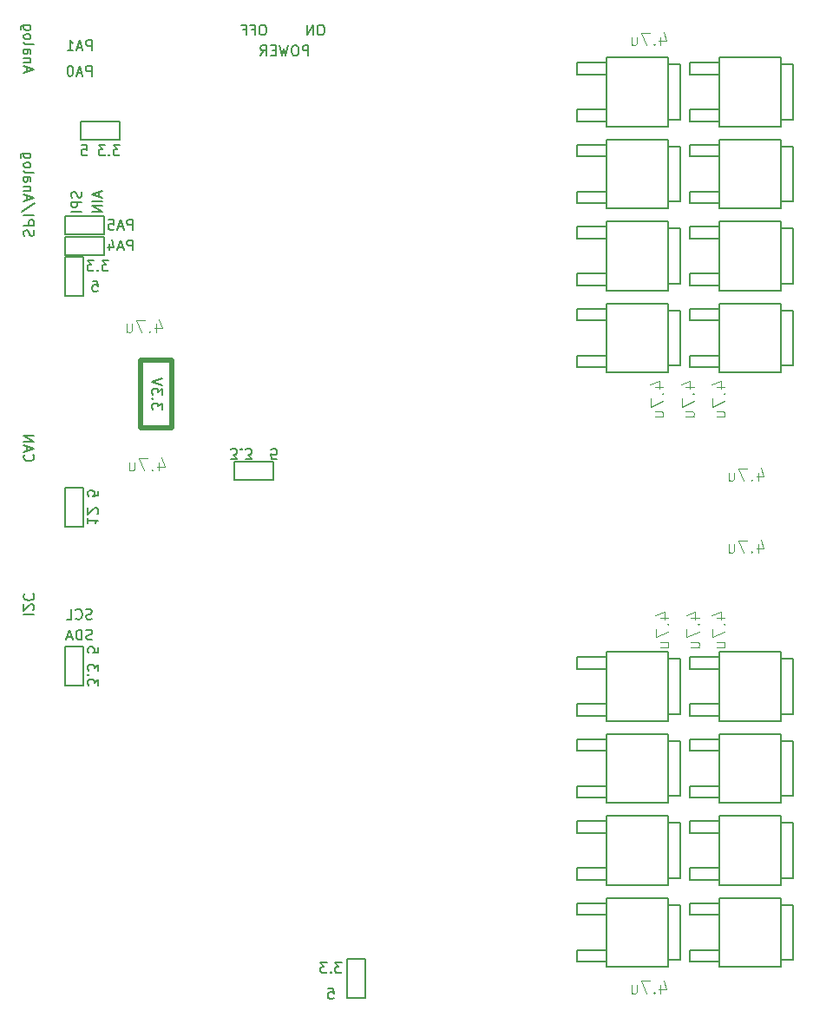
<source format=gbr>
G04 #@! TF.FileFunction,Legend,Bot*
%FSLAX46Y46*%
G04 Gerber Fmt 4.6, Leading zero omitted, Abs format (unit mm)*
G04 Created by KiCad (PCBNEW 4.0.7) date 01/01/18 23:45:37*
%MOMM*%
%LPD*%
G01*
G04 APERTURE LIST*
%ADD10C,0.100000*%
%ADD11C,0.200000*%
%ADD12C,0.500000*%
%ADD13C,0.150000*%
%ADD14C,0.101600*%
G04 APERTURE END LIST*
D10*
D11*
X30261904Y-94452381D02*
X30738095Y-94452381D01*
X30785714Y-94928571D01*
X30738095Y-94880952D01*
X30642857Y-94833333D01*
X30404761Y-94833333D01*
X30309523Y-94880952D01*
X30261904Y-94928571D01*
X30214285Y-95023810D01*
X30214285Y-95261905D01*
X30261904Y-95357143D01*
X30309523Y-95404762D01*
X30404761Y-95452381D01*
X30642857Y-95452381D01*
X30738095Y-95404762D01*
X30785714Y-95357143D01*
X31547619Y-91952381D02*
X30928571Y-91952381D01*
X31261905Y-92333333D01*
X31119047Y-92333333D01*
X31023809Y-92380952D01*
X30976190Y-92428571D01*
X30928571Y-92523810D01*
X30928571Y-92761905D01*
X30976190Y-92857143D01*
X31023809Y-92904762D01*
X31119047Y-92952381D01*
X31404762Y-92952381D01*
X31500000Y-92904762D01*
X31547619Y-92857143D01*
X30500000Y-92857143D02*
X30452381Y-92904762D01*
X30500000Y-92952381D01*
X30547619Y-92904762D01*
X30500000Y-92857143D01*
X30500000Y-92952381D01*
X30119048Y-91952381D02*
X29500000Y-91952381D01*
X29833334Y-92333333D01*
X29690476Y-92333333D01*
X29595238Y-92380952D01*
X29547619Y-92428571D01*
X29500000Y-92523810D01*
X29500000Y-92761905D01*
X29547619Y-92857143D01*
X29595238Y-92904762D01*
X29690476Y-92952381D01*
X29976191Y-92952381D01*
X30071429Y-92904762D01*
X30119048Y-92857143D01*
X7166667Y-2952381D02*
X7166667Y-1952381D01*
X6785714Y-1952381D01*
X6690476Y-2000000D01*
X6642857Y-2047619D01*
X6595238Y-2142857D01*
X6595238Y-2285714D01*
X6642857Y-2380952D01*
X6690476Y-2428571D01*
X6785714Y-2476190D01*
X7166667Y-2476190D01*
X6214286Y-2666667D02*
X5738095Y-2666667D01*
X6309524Y-2952381D02*
X5976191Y-1952381D01*
X5642857Y-2952381D01*
X4785714Y-2952381D02*
X5357143Y-2952381D01*
X5071429Y-2952381D02*
X5071429Y-1952381D01*
X5166667Y-2095238D01*
X5261905Y-2190476D01*
X5357143Y-2238095D01*
X7166667Y-5452381D02*
X7166667Y-4452381D01*
X6785714Y-4452381D01*
X6690476Y-4500000D01*
X6642857Y-4547619D01*
X6595238Y-4642857D01*
X6595238Y-4785714D01*
X6642857Y-4880952D01*
X6690476Y-4928571D01*
X6785714Y-4976190D01*
X7166667Y-4976190D01*
X6214286Y-5166667D02*
X5738095Y-5166667D01*
X6309524Y-5452381D02*
X5976191Y-4452381D01*
X5642857Y-5452381D01*
X5119048Y-4452381D02*
X5023809Y-4452381D01*
X4928571Y-4500000D01*
X4880952Y-4547619D01*
X4833333Y-4642857D01*
X4785714Y-4833333D01*
X4785714Y-5071429D01*
X4833333Y-5261905D01*
X4880952Y-5357143D01*
X4928571Y-5404762D01*
X5023809Y-5452381D01*
X5119048Y-5452381D01*
X5214286Y-5404762D01*
X5261905Y-5357143D01*
X5309524Y-5261905D01*
X5357143Y-5071429D01*
X5357143Y-4833333D01*
X5309524Y-4642857D01*
X5261905Y-4547619D01*
X5214286Y-4500000D01*
X5119048Y-4452381D01*
X11166667Y-20452381D02*
X11166667Y-19452381D01*
X10785714Y-19452381D01*
X10690476Y-19500000D01*
X10642857Y-19547619D01*
X10595238Y-19642857D01*
X10595238Y-19785714D01*
X10642857Y-19880952D01*
X10690476Y-19928571D01*
X10785714Y-19976190D01*
X11166667Y-19976190D01*
X10214286Y-20166667D02*
X9738095Y-20166667D01*
X10309524Y-20452381D02*
X9976191Y-19452381D01*
X9642857Y-20452381D01*
X8833333Y-19452381D02*
X9309524Y-19452381D01*
X9357143Y-19928571D01*
X9309524Y-19880952D01*
X9214286Y-19833333D01*
X8976190Y-19833333D01*
X8880952Y-19880952D01*
X8833333Y-19928571D01*
X8785714Y-20023810D01*
X8785714Y-20261905D01*
X8833333Y-20357143D01*
X8880952Y-20404762D01*
X8976190Y-20452381D01*
X9214286Y-20452381D01*
X9309524Y-20404762D01*
X9357143Y-20357143D01*
X11166667Y-22452381D02*
X11166667Y-21452381D01*
X10785714Y-21452381D01*
X10690476Y-21500000D01*
X10642857Y-21547619D01*
X10595238Y-21642857D01*
X10595238Y-21785714D01*
X10642857Y-21880952D01*
X10690476Y-21928571D01*
X10785714Y-21976190D01*
X11166667Y-21976190D01*
X10214286Y-22166667D02*
X9738095Y-22166667D01*
X10309524Y-22452381D02*
X9976191Y-21452381D01*
X9642857Y-22452381D01*
X8880952Y-21785714D02*
X8880952Y-22452381D01*
X9119048Y-21404762D02*
X9357143Y-22119048D01*
X8738095Y-22119048D01*
X7190476Y-58404762D02*
X7047619Y-58452381D01*
X6809523Y-58452381D01*
X6714285Y-58404762D01*
X6666666Y-58357143D01*
X6619047Y-58261905D01*
X6619047Y-58166667D01*
X6666666Y-58071429D01*
X6714285Y-58023810D01*
X6809523Y-57976190D01*
X7000000Y-57928571D01*
X7095238Y-57880952D01*
X7142857Y-57833333D01*
X7190476Y-57738095D01*
X7190476Y-57642857D01*
X7142857Y-57547619D01*
X7095238Y-57500000D01*
X7000000Y-57452381D01*
X6761904Y-57452381D01*
X6619047Y-57500000D01*
X5619047Y-58357143D02*
X5666666Y-58404762D01*
X5809523Y-58452381D01*
X5904761Y-58452381D01*
X6047619Y-58404762D01*
X6142857Y-58309524D01*
X6190476Y-58214286D01*
X6238095Y-58023810D01*
X6238095Y-57880952D01*
X6190476Y-57690476D01*
X6142857Y-57595238D01*
X6047619Y-57500000D01*
X5904761Y-57452381D01*
X5809523Y-57452381D01*
X5666666Y-57500000D01*
X5619047Y-57547619D01*
X4714285Y-58452381D02*
X5190476Y-58452381D01*
X5190476Y-57452381D01*
X7214286Y-60404762D02*
X7071429Y-60452381D01*
X6833333Y-60452381D01*
X6738095Y-60404762D01*
X6690476Y-60357143D01*
X6642857Y-60261905D01*
X6642857Y-60166667D01*
X6690476Y-60071429D01*
X6738095Y-60023810D01*
X6833333Y-59976190D01*
X7023810Y-59928571D01*
X7119048Y-59880952D01*
X7166667Y-59833333D01*
X7214286Y-59738095D01*
X7214286Y-59642857D01*
X7166667Y-59547619D01*
X7119048Y-59500000D01*
X7023810Y-59452381D01*
X6785714Y-59452381D01*
X6642857Y-59500000D01*
X6214286Y-60452381D02*
X6214286Y-59452381D01*
X5976191Y-59452381D01*
X5833333Y-59500000D01*
X5738095Y-59595238D01*
X5690476Y-59690476D01*
X5642857Y-59880952D01*
X5642857Y-60023810D01*
X5690476Y-60214286D01*
X5738095Y-60309524D01*
X5833333Y-60404762D01*
X5976191Y-60452381D01*
X6214286Y-60452381D01*
X5261905Y-60166667D02*
X4785714Y-60166667D01*
X5357143Y-60452381D02*
X5023810Y-59452381D01*
X4690476Y-60452381D01*
X23952381Y-452381D02*
X23761904Y-452381D01*
X23666666Y-500000D01*
X23571428Y-595238D01*
X23523809Y-785714D01*
X23523809Y-1119048D01*
X23571428Y-1309524D01*
X23666666Y-1404762D01*
X23761904Y-1452381D01*
X23952381Y-1452381D01*
X24047619Y-1404762D01*
X24142857Y-1309524D01*
X24190476Y-1119048D01*
X24190476Y-785714D01*
X24142857Y-595238D01*
X24047619Y-500000D01*
X23952381Y-452381D01*
X22761904Y-928571D02*
X23095238Y-928571D01*
X23095238Y-1452381D02*
X23095238Y-452381D01*
X22619047Y-452381D01*
X21904761Y-928571D02*
X22238095Y-928571D01*
X22238095Y-1452381D02*
X22238095Y-452381D01*
X21761904Y-452381D01*
X29619048Y-452381D02*
X29428571Y-452381D01*
X29333333Y-500000D01*
X29238095Y-595238D01*
X29190476Y-785714D01*
X29190476Y-1119048D01*
X29238095Y-1309524D01*
X29333333Y-1404762D01*
X29428571Y-1452381D01*
X29619048Y-1452381D01*
X29714286Y-1404762D01*
X29809524Y-1309524D01*
X29857143Y-1119048D01*
X29857143Y-785714D01*
X29809524Y-595238D01*
X29714286Y-500000D01*
X29619048Y-452381D01*
X28761905Y-1452381D02*
X28761905Y-452381D01*
X28190476Y-1452381D01*
X28190476Y-452381D01*
X28309524Y-3452381D02*
X28309524Y-2452381D01*
X27928571Y-2452381D01*
X27833333Y-2500000D01*
X27785714Y-2547619D01*
X27738095Y-2642857D01*
X27738095Y-2785714D01*
X27785714Y-2880952D01*
X27833333Y-2928571D01*
X27928571Y-2976190D01*
X28309524Y-2976190D01*
X27119048Y-2452381D02*
X26928571Y-2452381D01*
X26833333Y-2500000D01*
X26738095Y-2595238D01*
X26690476Y-2785714D01*
X26690476Y-3119048D01*
X26738095Y-3309524D01*
X26833333Y-3404762D01*
X26928571Y-3452381D01*
X27119048Y-3452381D01*
X27214286Y-3404762D01*
X27309524Y-3309524D01*
X27357143Y-3119048D01*
X27357143Y-2785714D01*
X27309524Y-2595238D01*
X27214286Y-2500000D01*
X27119048Y-2452381D01*
X26357143Y-2452381D02*
X26119048Y-3452381D01*
X25928571Y-2738095D01*
X25738095Y-3452381D01*
X25500000Y-2452381D01*
X25119048Y-2928571D02*
X24785714Y-2928571D01*
X24642857Y-3452381D02*
X25119048Y-3452381D01*
X25119048Y-2452381D01*
X24642857Y-2452381D01*
X23642857Y-3452381D02*
X23976191Y-2976190D01*
X24214286Y-3452381D02*
X24214286Y-2452381D01*
X23833333Y-2452381D01*
X23738095Y-2500000D01*
X23690476Y-2547619D01*
X23642857Y-2642857D01*
X23642857Y-2785714D01*
X23690476Y-2880952D01*
X23738095Y-2928571D01*
X23833333Y-2976190D01*
X24214286Y-2976190D01*
X547619Y-57976190D02*
X1547619Y-57976190D01*
X1452381Y-57547619D02*
X1500000Y-57500000D01*
X1547619Y-57404762D01*
X1547619Y-57166666D01*
X1500000Y-57071428D01*
X1452381Y-57023809D01*
X1357143Y-56976190D01*
X1261905Y-56976190D01*
X1119048Y-57023809D01*
X547619Y-57595238D01*
X547619Y-56976190D01*
X642857Y-55976190D02*
X595238Y-56023809D01*
X547619Y-56166666D01*
X547619Y-56261904D01*
X595238Y-56404762D01*
X690476Y-56500000D01*
X785714Y-56547619D01*
X976190Y-56595238D01*
X1119048Y-56595238D01*
X1309524Y-56547619D01*
X1404762Y-56500000D01*
X1500000Y-56404762D01*
X1547619Y-56261904D01*
X1547619Y-56166666D01*
X1500000Y-56023809D01*
X1452381Y-55976190D01*
X642857Y-42392857D02*
X595238Y-42440476D01*
X547619Y-42583333D01*
X547619Y-42678571D01*
X595238Y-42821429D01*
X690476Y-42916667D01*
X785714Y-42964286D01*
X976190Y-43011905D01*
X1119048Y-43011905D01*
X1309524Y-42964286D01*
X1404762Y-42916667D01*
X1500000Y-42821429D01*
X1547619Y-42678571D01*
X1547619Y-42583333D01*
X1500000Y-42440476D01*
X1452381Y-42392857D01*
X833333Y-42011905D02*
X833333Y-41535714D01*
X547619Y-42107143D02*
X1547619Y-41773810D01*
X547619Y-41440476D01*
X547619Y-41107143D02*
X1547619Y-41107143D01*
X547619Y-40535714D01*
X1547619Y-40535714D01*
X595238Y-21047619D02*
X547619Y-20904762D01*
X547619Y-20666666D01*
X595238Y-20571428D01*
X642857Y-20523809D01*
X738095Y-20476190D01*
X833333Y-20476190D01*
X928571Y-20523809D01*
X976190Y-20571428D01*
X1023810Y-20666666D01*
X1071429Y-20857143D01*
X1119048Y-20952381D01*
X1166667Y-21000000D01*
X1261905Y-21047619D01*
X1357143Y-21047619D01*
X1452381Y-21000000D01*
X1500000Y-20952381D01*
X1547619Y-20857143D01*
X1547619Y-20619047D01*
X1500000Y-20476190D01*
X547619Y-20047619D02*
X1547619Y-20047619D01*
X1547619Y-19666666D01*
X1500000Y-19571428D01*
X1452381Y-19523809D01*
X1357143Y-19476190D01*
X1214286Y-19476190D01*
X1119048Y-19523809D01*
X1071429Y-19571428D01*
X1023810Y-19666666D01*
X1023810Y-20047619D01*
X547619Y-19047619D02*
X1547619Y-19047619D01*
X1595238Y-17857143D02*
X309524Y-18714286D01*
X833333Y-17571429D02*
X833333Y-17095238D01*
X547619Y-17666667D02*
X1547619Y-17333334D01*
X547619Y-17000000D01*
X1214286Y-16666667D02*
X547619Y-16666667D01*
X1119048Y-16666667D02*
X1166667Y-16619048D01*
X1214286Y-16523810D01*
X1214286Y-16380952D01*
X1166667Y-16285714D01*
X1071429Y-16238095D01*
X547619Y-16238095D01*
X547619Y-15333333D02*
X1071429Y-15333333D01*
X1166667Y-15380952D01*
X1214286Y-15476190D01*
X1214286Y-15666667D01*
X1166667Y-15761905D01*
X595238Y-15333333D02*
X547619Y-15428571D01*
X547619Y-15666667D01*
X595238Y-15761905D01*
X690476Y-15809524D01*
X785714Y-15809524D01*
X880952Y-15761905D01*
X928571Y-15666667D01*
X928571Y-15428571D01*
X976190Y-15333333D01*
X547619Y-14714286D02*
X595238Y-14809524D01*
X690476Y-14857143D01*
X1547619Y-14857143D01*
X547619Y-14190476D02*
X595238Y-14285714D01*
X642857Y-14333333D01*
X738095Y-14380952D01*
X1023810Y-14380952D01*
X1119048Y-14333333D01*
X1166667Y-14285714D01*
X1214286Y-14190476D01*
X1214286Y-14047618D01*
X1166667Y-13952380D01*
X1119048Y-13904761D01*
X1023810Y-13857142D01*
X738095Y-13857142D01*
X642857Y-13904761D01*
X595238Y-13952380D01*
X547619Y-14047618D01*
X547619Y-14190476D01*
X1214286Y-12999999D02*
X404762Y-12999999D01*
X309524Y-13047618D01*
X261905Y-13095237D01*
X214286Y-13190476D01*
X214286Y-13333333D01*
X261905Y-13428571D01*
X595238Y-12999999D02*
X547619Y-13095237D01*
X547619Y-13285714D01*
X595238Y-13380952D01*
X642857Y-13428571D01*
X738095Y-13476190D01*
X1023810Y-13476190D01*
X1119048Y-13428571D01*
X1166667Y-13380952D01*
X1214286Y-13285714D01*
X1214286Y-13095237D01*
X1166667Y-12999999D01*
X833333Y-5059524D02*
X833333Y-4583333D01*
X547619Y-5154762D02*
X1547619Y-4821429D01*
X547619Y-4488095D01*
X1214286Y-4154762D02*
X547619Y-4154762D01*
X1119048Y-4154762D02*
X1166667Y-4107143D01*
X1214286Y-4011905D01*
X1214286Y-3869047D01*
X1166667Y-3773809D01*
X1071429Y-3726190D01*
X547619Y-3726190D01*
X547619Y-2821428D02*
X1071429Y-2821428D01*
X1166667Y-2869047D01*
X1214286Y-2964285D01*
X1214286Y-3154762D01*
X1166667Y-3250000D01*
X595238Y-2821428D02*
X547619Y-2916666D01*
X547619Y-3154762D01*
X595238Y-3250000D01*
X690476Y-3297619D01*
X785714Y-3297619D01*
X880952Y-3250000D01*
X928571Y-3154762D01*
X928571Y-2916666D01*
X976190Y-2821428D01*
X547619Y-2202381D02*
X595238Y-2297619D01*
X690476Y-2345238D01*
X1547619Y-2345238D01*
X547619Y-1678571D02*
X595238Y-1773809D01*
X642857Y-1821428D01*
X738095Y-1869047D01*
X1023810Y-1869047D01*
X1119048Y-1821428D01*
X1166667Y-1773809D01*
X1214286Y-1678571D01*
X1214286Y-1535713D01*
X1166667Y-1440475D01*
X1119048Y-1392856D01*
X1023810Y-1345237D01*
X738095Y-1345237D01*
X642857Y-1392856D01*
X595238Y-1440475D01*
X547619Y-1535713D01*
X547619Y-1678571D01*
X1214286Y-488094D02*
X404762Y-488094D01*
X309524Y-535713D01*
X261905Y-583332D01*
X214286Y-678571D01*
X214286Y-821428D01*
X261905Y-916666D01*
X595238Y-488094D02*
X547619Y-583332D01*
X547619Y-773809D01*
X595238Y-869047D01*
X642857Y-916666D01*
X738095Y-964285D01*
X1023810Y-964285D01*
X1119048Y-916666D01*
X1166667Y-869047D01*
X1214286Y-773809D01*
X1214286Y-583332D01*
X1166667Y-488094D01*
X14047619Y-37976190D02*
X14047619Y-37357142D01*
X13666667Y-37690476D01*
X13666667Y-37547618D01*
X13619048Y-37452380D01*
X13571429Y-37404761D01*
X13476190Y-37357142D01*
X13238095Y-37357142D01*
X13142857Y-37404761D01*
X13095238Y-37452380D01*
X13047619Y-37547618D01*
X13047619Y-37833333D01*
X13095238Y-37928571D01*
X13142857Y-37976190D01*
X13142857Y-36928571D02*
X13095238Y-36880952D01*
X13047619Y-36928571D01*
X13095238Y-36976190D01*
X13142857Y-36928571D01*
X13047619Y-36928571D01*
X14047619Y-36547619D02*
X14047619Y-35928571D01*
X13666667Y-36261905D01*
X13666667Y-36119047D01*
X13619048Y-36023809D01*
X13571429Y-35976190D01*
X13476190Y-35928571D01*
X13238095Y-35928571D01*
X13142857Y-35976190D01*
X13095238Y-36023809D01*
X13047619Y-36119047D01*
X13047619Y-36404762D01*
X13095238Y-36500000D01*
X13142857Y-36547619D01*
X14047619Y-35642857D02*
X13047619Y-35309524D01*
X14047619Y-34976190D01*
X6797619Y-48547619D02*
X6797619Y-49119048D01*
X6797619Y-48833334D02*
X7797619Y-48833334D01*
X7654762Y-48928572D01*
X7559524Y-49023810D01*
X7511905Y-49119048D01*
X7702381Y-48166667D02*
X7750000Y-48119048D01*
X7797619Y-48023810D01*
X7797619Y-47785714D01*
X7750000Y-47690476D01*
X7702381Y-47642857D01*
X7607143Y-47595238D01*
X7511905Y-47595238D01*
X7369048Y-47642857D01*
X6797619Y-48214286D01*
X6797619Y-47595238D01*
X7797619Y-45928571D02*
X7797619Y-46404762D01*
X7321429Y-46452381D01*
X7369048Y-46404762D01*
X7416667Y-46309524D01*
X7416667Y-46071428D01*
X7369048Y-45976190D01*
X7321429Y-45928571D01*
X7226190Y-45880952D01*
X6988095Y-45880952D01*
X6892857Y-45928571D01*
X6845238Y-45976190D01*
X6797619Y-46071428D01*
X6797619Y-46309524D01*
X6845238Y-46404762D01*
X6892857Y-46452381D01*
X9904762Y-12202381D02*
X9285714Y-12202381D01*
X9619048Y-12583333D01*
X9476190Y-12583333D01*
X9380952Y-12630952D01*
X9333333Y-12678571D01*
X9285714Y-12773810D01*
X9285714Y-13011905D01*
X9333333Y-13107143D01*
X9380952Y-13154762D01*
X9476190Y-13202381D01*
X9761905Y-13202381D01*
X9857143Y-13154762D01*
X9904762Y-13107143D01*
X8857143Y-13107143D02*
X8809524Y-13154762D01*
X8857143Y-13202381D01*
X8904762Y-13154762D01*
X8857143Y-13107143D01*
X8857143Y-13202381D01*
X8476191Y-12202381D02*
X7857143Y-12202381D01*
X8190477Y-12583333D01*
X8047619Y-12583333D01*
X7952381Y-12630952D01*
X7904762Y-12678571D01*
X7857143Y-12773810D01*
X7857143Y-13011905D01*
X7904762Y-13107143D01*
X7952381Y-13154762D01*
X8047619Y-13202381D01*
X8333334Y-13202381D01*
X8428572Y-13154762D01*
X8476191Y-13107143D01*
X6190476Y-12202381D02*
X6666667Y-12202381D01*
X6714286Y-12678571D01*
X6666667Y-12630952D01*
X6571429Y-12583333D01*
X6333333Y-12583333D01*
X6238095Y-12630952D01*
X6190476Y-12678571D01*
X6142857Y-12773810D01*
X6142857Y-13011905D01*
X6190476Y-13107143D01*
X6238095Y-13154762D01*
X6333333Y-13202381D01*
X6571429Y-13202381D01*
X6666667Y-13154762D01*
X6714286Y-13107143D01*
X7797619Y-64904762D02*
X7797619Y-64285714D01*
X7416667Y-64619048D01*
X7416667Y-64476190D01*
X7369048Y-64380952D01*
X7321429Y-64333333D01*
X7226190Y-64285714D01*
X6988095Y-64285714D01*
X6892857Y-64333333D01*
X6845238Y-64380952D01*
X6797619Y-64476190D01*
X6797619Y-64761905D01*
X6845238Y-64857143D01*
X6892857Y-64904762D01*
X6892857Y-63857143D02*
X6845238Y-63809524D01*
X6797619Y-63857143D01*
X6845238Y-63904762D01*
X6892857Y-63857143D01*
X6797619Y-63857143D01*
X7797619Y-63476191D02*
X7797619Y-62857143D01*
X7416667Y-63190477D01*
X7416667Y-63047619D01*
X7369048Y-62952381D01*
X7321429Y-62904762D01*
X7226190Y-62857143D01*
X6988095Y-62857143D01*
X6892857Y-62904762D01*
X6845238Y-62952381D01*
X6797619Y-63047619D01*
X6797619Y-63333334D01*
X6845238Y-63428572D01*
X6892857Y-63476191D01*
X7797619Y-61190476D02*
X7797619Y-61666667D01*
X7321429Y-61714286D01*
X7369048Y-61666667D01*
X7416667Y-61571429D01*
X7416667Y-61333333D01*
X7369048Y-61238095D01*
X7321429Y-61190476D01*
X7226190Y-61142857D01*
X6988095Y-61142857D01*
X6892857Y-61190476D01*
X6845238Y-61238095D01*
X6797619Y-61333333D01*
X6797619Y-61571429D01*
X6845238Y-61666667D01*
X6892857Y-61714286D01*
X20714286Y-42797619D02*
X21333334Y-42797619D01*
X21000000Y-42416667D01*
X21142858Y-42416667D01*
X21238096Y-42369048D01*
X21285715Y-42321429D01*
X21333334Y-42226190D01*
X21333334Y-41988095D01*
X21285715Y-41892857D01*
X21238096Y-41845238D01*
X21142858Y-41797619D01*
X20857143Y-41797619D01*
X20761905Y-41845238D01*
X20714286Y-41892857D01*
X21761905Y-41892857D02*
X21809524Y-41845238D01*
X21761905Y-41797619D01*
X21714286Y-41845238D01*
X21761905Y-41892857D01*
X21761905Y-41797619D01*
X22142857Y-42797619D02*
X22761905Y-42797619D01*
X22428571Y-42416667D01*
X22571429Y-42416667D01*
X22666667Y-42369048D01*
X22714286Y-42321429D01*
X22761905Y-42226190D01*
X22761905Y-41988095D01*
X22714286Y-41892857D01*
X22666667Y-41845238D01*
X22571429Y-41797619D01*
X22285714Y-41797619D01*
X22190476Y-41845238D01*
X22142857Y-41892857D01*
X25190477Y-42797619D02*
X24714286Y-42797619D01*
X24666667Y-42321429D01*
X24714286Y-42369048D01*
X24809524Y-42416667D01*
X25047620Y-42416667D01*
X25142858Y-42369048D01*
X25190477Y-42321429D01*
X25238096Y-42226190D01*
X25238096Y-41988095D01*
X25190477Y-41892857D01*
X25142858Y-41845238D01*
X25047620Y-41797619D01*
X24809524Y-41797619D01*
X24714286Y-41845238D01*
X24666667Y-41892857D01*
X7261904Y-25452381D02*
X7738095Y-25452381D01*
X7785714Y-25928571D01*
X7738095Y-25880952D01*
X7642857Y-25833333D01*
X7404761Y-25833333D01*
X7309523Y-25880952D01*
X7261904Y-25928571D01*
X7214285Y-26023810D01*
X7214285Y-26261905D01*
X7261904Y-26357143D01*
X7309523Y-26404762D01*
X7404761Y-26452381D01*
X7642857Y-26452381D01*
X7738095Y-26404762D01*
X7785714Y-26357143D01*
X8797619Y-23452381D02*
X8178571Y-23452381D01*
X8511905Y-23833333D01*
X8369047Y-23833333D01*
X8273809Y-23880952D01*
X8226190Y-23928571D01*
X8178571Y-24023810D01*
X8178571Y-24261905D01*
X8226190Y-24357143D01*
X8273809Y-24404762D01*
X8369047Y-24452381D01*
X8654762Y-24452381D01*
X8750000Y-24404762D01*
X8797619Y-24357143D01*
X7750000Y-24357143D02*
X7702381Y-24404762D01*
X7750000Y-24452381D01*
X7797619Y-24404762D01*
X7750000Y-24357143D01*
X7750000Y-24452381D01*
X7369048Y-23452381D02*
X6750000Y-23452381D01*
X7083334Y-23833333D01*
X6940476Y-23833333D01*
X6845238Y-23880952D01*
X6797619Y-23928571D01*
X6750000Y-24023810D01*
X6750000Y-24261905D01*
X6797619Y-24357143D01*
X6845238Y-24404762D01*
X6940476Y-24452381D01*
X7226191Y-24452381D01*
X7321429Y-24404762D01*
X7369048Y-24357143D01*
X6154762Y-16726191D02*
X6202381Y-16869048D01*
X6202381Y-17107144D01*
X6154762Y-17202382D01*
X6107143Y-17250001D01*
X6011905Y-17297620D01*
X5916667Y-17297620D01*
X5821429Y-17250001D01*
X5773810Y-17202382D01*
X5726190Y-17107144D01*
X5678571Y-16916667D01*
X5630952Y-16821429D01*
X5583333Y-16773810D01*
X5488095Y-16726191D01*
X5392857Y-16726191D01*
X5297619Y-16773810D01*
X5250000Y-16821429D01*
X5202381Y-16916667D01*
X5202381Y-17154763D01*
X5250000Y-17297620D01*
X6202381Y-17726191D02*
X5202381Y-17726191D01*
X5202381Y-18107144D01*
X5250000Y-18202382D01*
X5297619Y-18250001D01*
X5392857Y-18297620D01*
X5535714Y-18297620D01*
X5630952Y-18250001D01*
X5678571Y-18202382D01*
X5726190Y-18107144D01*
X5726190Y-17726191D01*
X6202381Y-18726191D02*
X5202381Y-18726191D01*
X7916667Y-16750000D02*
X7916667Y-17226191D01*
X8202381Y-16654762D02*
X7202381Y-16988095D01*
X8202381Y-17321429D01*
X8202381Y-17654762D02*
X7202381Y-17654762D01*
X8202381Y-18130952D02*
X7202381Y-18130952D01*
X8202381Y-18702381D01*
X7202381Y-18702381D01*
D12*
X15000000Y-33200000D02*
X11900000Y-33200000D01*
X15000000Y-39800000D02*
X11900000Y-39800000D01*
X11900000Y-39800000D02*
X11900000Y-33200000D01*
X15000000Y-39800000D02*
X15000000Y-33200000D01*
D13*
X63432300Y-9705100D02*
X64626100Y-9705100D01*
X64626100Y-9705100D02*
X64626100Y-4294900D01*
X64626100Y-4294900D02*
X63419600Y-4294900D01*
X57425200Y-5272800D02*
X54516900Y-5272800D01*
X54516900Y-4129800D02*
X57425200Y-4129800D01*
X54516900Y-5272800D02*
X54516900Y-4129800D01*
X54516900Y-9870200D02*
X54516900Y-8727200D01*
X54516900Y-8727200D02*
X57425200Y-8727200D01*
X57425200Y-9870200D02*
X54516900Y-9870200D01*
X57425200Y-3647200D02*
X63419600Y-3647200D01*
X63419600Y-3647200D02*
X63419600Y-10352800D01*
X63419600Y-10352800D02*
X57425200Y-10352800D01*
X57425200Y-3647200D02*
X57425200Y-10352800D01*
X63432300Y-17705100D02*
X64626100Y-17705100D01*
X64626100Y-17705100D02*
X64626100Y-12294900D01*
X64626100Y-12294900D02*
X63419600Y-12294900D01*
X57425200Y-13272800D02*
X54516900Y-13272800D01*
X54516900Y-12129800D02*
X57425200Y-12129800D01*
X54516900Y-13272800D02*
X54516900Y-12129800D01*
X54516900Y-17870200D02*
X54516900Y-16727200D01*
X54516900Y-16727200D02*
X57425200Y-16727200D01*
X57425200Y-17870200D02*
X54516900Y-17870200D01*
X57425200Y-11647200D02*
X63419600Y-11647200D01*
X63419600Y-11647200D02*
X63419600Y-18352800D01*
X63419600Y-18352800D02*
X57425200Y-18352800D01*
X57425200Y-11647200D02*
X57425200Y-18352800D01*
X74432300Y-25705100D02*
X75626100Y-25705100D01*
X75626100Y-25705100D02*
X75626100Y-20294900D01*
X75626100Y-20294900D02*
X74419600Y-20294900D01*
X68425200Y-21272800D02*
X65516900Y-21272800D01*
X65516900Y-20129800D02*
X68425200Y-20129800D01*
X65516900Y-21272800D02*
X65516900Y-20129800D01*
X65516900Y-25870200D02*
X65516900Y-24727200D01*
X65516900Y-24727200D02*
X68425200Y-24727200D01*
X68425200Y-25870200D02*
X65516900Y-25870200D01*
X68425200Y-19647200D02*
X74419600Y-19647200D01*
X74419600Y-19647200D02*
X74419600Y-26352800D01*
X74419600Y-26352800D02*
X68425200Y-26352800D01*
X68425200Y-19647200D02*
X68425200Y-26352800D01*
X63432300Y-25705100D02*
X64626100Y-25705100D01*
X64626100Y-25705100D02*
X64626100Y-20294900D01*
X64626100Y-20294900D02*
X63419600Y-20294900D01*
X57425200Y-21272800D02*
X54516900Y-21272800D01*
X54516900Y-20129800D02*
X57425200Y-20129800D01*
X54516900Y-21272800D02*
X54516900Y-20129800D01*
X54516900Y-25870200D02*
X54516900Y-24727200D01*
X54516900Y-24727200D02*
X57425200Y-24727200D01*
X57425200Y-25870200D02*
X54516900Y-25870200D01*
X57425200Y-19647200D02*
X63419600Y-19647200D01*
X63419600Y-19647200D02*
X63419600Y-26352800D01*
X63419600Y-26352800D02*
X57425200Y-26352800D01*
X57425200Y-19647200D02*
X57425200Y-26352800D01*
X74432300Y-33705100D02*
X75626100Y-33705100D01*
X75626100Y-33705100D02*
X75626100Y-28294900D01*
X75626100Y-28294900D02*
X74419600Y-28294900D01*
X68425200Y-29272800D02*
X65516900Y-29272800D01*
X65516900Y-28129800D02*
X68425200Y-28129800D01*
X65516900Y-29272800D02*
X65516900Y-28129800D01*
X65516900Y-33870200D02*
X65516900Y-32727200D01*
X65516900Y-32727200D02*
X68425200Y-32727200D01*
X68425200Y-33870200D02*
X65516900Y-33870200D01*
X68425200Y-27647200D02*
X74419600Y-27647200D01*
X74419600Y-27647200D02*
X74419600Y-34352800D01*
X74419600Y-34352800D02*
X68425200Y-34352800D01*
X68425200Y-27647200D02*
X68425200Y-34352800D01*
X63432300Y-33705100D02*
X64626100Y-33705100D01*
X64626100Y-33705100D02*
X64626100Y-28294900D01*
X64626100Y-28294900D02*
X63419600Y-28294900D01*
X57425200Y-29272800D02*
X54516900Y-29272800D01*
X54516900Y-28129800D02*
X57425200Y-28129800D01*
X54516900Y-29272800D02*
X54516900Y-28129800D01*
X54516900Y-33870200D02*
X54516900Y-32727200D01*
X54516900Y-32727200D02*
X57425200Y-32727200D01*
X57425200Y-33870200D02*
X54516900Y-33870200D01*
X57425200Y-27647200D02*
X63419600Y-27647200D01*
X63419600Y-27647200D02*
X63419600Y-34352800D01*
X63419600Y-34352800D02*
X57425200Y-34352800D01*
X57425200Y-27647200D02*
X57425200Y-34352800D01*
X74432300Y-67705100D02*
X75626100Y-67705100D01*
X75626100Y-67705100D02*
X75626100Y-62294900D01*
X75626100Y-62294900D02*
X74419600Y-62294900D01*
X68425200Y-63272800D02*
X65516900Y-63272800D01*
X65516900Y-62129800D02*
X68425200Y-62129800D01*
X65516900Y-63272800D02*
X65516900Y-62129800D01*
X65516900Y-67870200D02*
X65516900Y-66727200D01*
X65516900Y-66727200D02*
X68425200Y-66727200D01*
X68425200Y-67870200D02*
X65516900Y-67870200D01*
X68425200Y-61647200D02*
X74419600Y-61647200D01*
X74419600Y-61647200D02*
X74419600Y-68352800D01*
X74419600Y-68352800D02*
X68425200Y-68352800D01*
X68425200Y-61647200D02*
X68425200Y-68352800D01*
X63432300Y-67705100D02*
X64626100Y-67705100D01*
X64626100Y-67705100D02*
X64626100Y-62294900D01*
X64626100Y-62294900D02*
X63419600Y-62294900D01*
X57425200Y-63272800D02*
X54516900Y-63272800D01*
X54516900Y-62129800D02*
X57425200Y-62129800D01*
X54516900Y-63272800D02*
X54516900Y-62129800D01*
X54516900Y-67870200D02*
X54516900Y-66727200D01*
X54516900Y-66727200D02*
X57425200Y-66727200D01*
X57425200Y-67870200D02*
X54516900Y-67870200D01*
X57425200Y-61647200D02*
X63419600Y-61647200D01*
X63419600Y-61647200D02*
X63419600Y-68352800D01*
X63419600Y-68352800D02*
X57425200Y-68352800D01*
X57425200Y-61647200D02*
X57425200Y-68352800D01*
X74432300Y-75705100D02*
X75626100Y-75705100D01*
X75626100Y-75705100D02*
X75626100Y-70294900D01*
X75626100Y-70294900D02*
X74419600Y-70294900D01*
X68425200Y-71272800D02*
X65516900Y-71272800D01*
X65516900Y-70129800D02*
X68425200Y-70129800D01*
X65516900Y-71272800D02*
X65516900Y-70129800D01*
X65516900Y-75870200D02*
X65516900Y-74727200D01*
X65516900Y-74727200D02*
X68425200Y-74727200D01*
X68425200Y-75870200D02*
X65516900Y-75870200D01*
X68425200Y-69647200D02*
X74419600Y-69647200D01*
X74419600Y-69647200D02*
X74419600Y-76352800D01*
X74419600Y-76352800D02*
X68425200Y-76352800D01*
X68425200Y-69647200D02*
X68425200Y-76352800D01*
X63432300Y-75705100D02*
X64626100Y-75705100D01*
X64626100Y-75705100D02*
X64626100Y-70294900D01*
X64626100Y-70294900D02*
X63419600Y-70294900D01*
X57425200Y-71272800D02*
X54516900Y-71272800D01*
X54516900Y-70129800D02*
X57425200Y-70129800D01*
X54516900Y-71272800D02*
X54516900Y-70129800D01*
X54516900Y-75870200D02*
X54516900Y-74727200D01*
X54516900Y-74727200D02*
X57425200Y-74727200D01*
X57425200Y-75870200D02*
X54516900Y-75870200D01*
X57425200Y-69647200D02*
X63419600Y-69647200D01*
X63419600Y-69647200D02*
X63419600Y-76352800D01*
X63419600Y-76352800D02*
X57425200Y-76352800D01*
X57425200Y-69647200D02*
X57425200Y-76352800D01*
X74432300Y-9705100D02*
X75626100Y-9705100D01*
X75626100Y-9705100D02*
X75626100Y-4294900D01*
X75626100Y-4294900D02*
X74419600Y-4294900D01*
X68425200Y-5272800D02*
X65516900Y-5272800D01*
X65516900Y-4129800D02*
X68425200Y-4129800D01*
X65516900Y-5272800D02*
X65516900Y-4129800D01*
X65516900Y-9870200D02*
X65516900Y-8727200D01*
X65516900Y-8727200D02*
X68425200Y-8727200D01*
X68425200Y-9870200D02*
X65516900Y-9870200D01*
X68425200Y-3647200D02*
X74419600Y-3647200D01*
X74419600Y-3647200D02*
X74419600Y-10352800D01*
X74419600Y-10352800D02*
X68425200Y-10352800D01*
X68425200Y-3647200D02*
X68425200Y-10352800D01*
X74432300Y-17705100D02*
X75626100Y-17705100D01*
X75626100Y-17705100D02*
X75626100Y-12294900D01*
X75626100Y-12294900D02*
X74419600Y-12294900D01*
X68425200Y-13272800D02*
X65516900Y-13272800D01*
X65516900Y-12129800D02*
X68425200Y-12129800D01*
X65516900Y-13272800D02*
X65516900Y-12129800D01*
X65516900Y-17870200D02*
X65516900Y-16727200D01*
X65516900Y-16727200D02*
X68425200Y-16727200D01*
X68425200Y-17870200D02*
X65516900Y-17870200D01*
X68425200Y-11647200D02*
X74419600Y-11647200D01*
X74419600Y-11647200D02*
X74419600Y-18352800D01*
X74419600Y-18352800D02*
X68425200Y-18352800D01*
X68425200Y-11647200D02*
X68425200Y-18352800D01*
X6389000Y-61095000D02*
X6389000Y-64905000D01*
X6389000Y-64905000D02*
X4611000Y-64905000D01*
X4611000Y-64905000D02*
X4611000Y-61095000D01*
X6389000Y-61095000D02*
X4611000Y-61095000D01*
X24905000Y-44889000D02*
X21095000Y-44889000D01*
X21095000Y-44889000D02*
X21095000Y-43111000D01*
X21095000Y-43111000D02*
X24905000Y-43111000D01*
X24905000Y-44889000D02*
X24905000Y-43111000D01*
X4611000Y-26905000D02*
X4611000Y-23095000D01*
X4611000Y-23095000D02*
X6389000Y-23095000D01*
X6389000Y-23095000D02*
X6389000Y-26905000D01*
X4611000Y-26905000D02*
X6389000Y-26905000D01*
X74432300Y-83705100D02*
X75626100Y-83705100D01*
X75626100Y-83705100D02*
X75626100Y-78294900D01*
X75626100Y-78294900D02*
X74419600Y-78294900D01*
X68425200Y-79272800D02*
X65516900Y-79272800D01*
X65516900Y-78129800D02*
X68425200Y-78129800D01*
X65516900Y-79272800D02*
X65516900Y-78129800D01*
X65516900Y-83870200D02*
X65516900Y-82727200D01*
X65516900Y-82727200D02*
X68425200Y-82727200D01*
X68425200Y-83870200D02*
X65516900Y-83870200D01*
X68425200Y-77647200D02*
X74419600Y-77647200D01*
X74419600Y-77647200D02*
X74419600Y-84352800D01*
X74419600Y-84352800D02*
X68425200Y-84352800D01*
X68425200Y-77647200D02*
X68425200Y-84352800D01*
X63432300Y-83705100D02*
X64626100Y-83705100D01*
X64626100Y-83705100D02*
X64626100Y-78294900D01*
X64626100Y-78294900D02*
X63419600Y-78294900D01*
X57425200Y-79272800D02*
X54516900Y-79272800D01*
X54516900Y-78129800D02*
X57425200Y-78129800D01*
X54516900Y-79272800D02*
X54516900Y-78129800D01*
X54516900Y-83870200D02*
X54516900Y-82727200D01*
X54516900Y-82727200D02*
X57425200Y-82727200D01*
X57425200Y-83870200D02*
X54516900Y-83870200D01*
X57425200Y-77647200D02*
X63419600Y-77647200D01*
X63419600Y-77647200D02*
X63419600Y-84352800D01*
X63419600Y-84352800D02*
X57425200Y-84352800D01*
X57425200Y-77647200D02*
X57425200Y-84352800D01*
X74432300Y-91705100D02*
X75626100Y-91705100D01*
X75626100Y-91705100D02*
X75626100Y-86294900D01*
X75626100Y-86294900D02*
X74419600Y-86294900D01*
X68425200Y-87272800D02*
X65516900Y-87272800D01*
X65516900Y-86129800D02*
X68425200Y-86129800D01*
X65516900Y-87272800D02*
X65516900Y-86129800D01*
X65516900Y-91870200D02*
X65516900Y-90727200D01*
X65516900Y-90727200D02*
X68425200Y-90727200D01*
X68425200Y-91870200D02*
X65516900Y-91870200D01*
X68425200Y-85647200D02*
X74419600Y-85647200D01*
X74419600Y-85647200D02*
X74419600Y-92352800D01*
X74419600Y-92352800D02*
X68425200Y-92352800D01*
X68425200Y-85647200D02*
X68425200Y-92352800D01*
X63432300Y-91705100D02*
X64626100Y-91705100D01*
X64626100Y-91705100D02*
X64626100Y-86294900D01*
X64626100Y-86294900D02*
X63419600Y-86294900D01*
X57425200Y-87272800D02*
X54516900Y-87272800D01*
X54516900Y-86129800D02*
X57425200Y-86129800D01*
X54516900Y-87272800D02*
X54516900Y-86129800D01*
X54516900Y-91870200D02*
X54516900Y-90727200D01*
X54516900Y-90727200D02*
X57425200Y-90727200D01*
X57425200Y-91870200D02*
X54516900Y-91870200D01*
X57425200Y-85647200D02*
X63419600Y-85647200D01*
X63419600Y-85647200D02*
X63419600Y-92352800D01*
X63419600Y-92352800D02*
X57425200Y-92352800D01*
X57425200Y-85647200D02*
X57425200Y-92352800D01*
X6095000Y-9861000D02*
X9905000Y-9861000D01*
X9905000Y-9861000D02*
X9905000Y-11639000D01*
X9905000Y-11639000D02*
X6095000Y-11639000D01*
X6095000Y-9861000D02*
X6095000Y-11639000D01*
X6389000Y-45595000D02*
X6389000Y-49405000D01*
X6389000Y-49405000D02*
X4611000Y-49405000D01*
X4611000Y-49405000D02*
X4611000Y-45595000D01*
X6389000Y-45595000D02*
X4611000Y-45595000D01*
X4595000Y-19111000D02*
X8405000Y-19111000D01*
X8405000Y-19111000D02*
X8405000Y-20889000D01*
X8405000Y-20889000D02*
X4595000Y-20889000D01*
X4595000Y-19111000D02*
X4595000Y-20889000D01*
X8405000Y-22889000D02*
X4595000Y-22889000D01*
X4595000Y-22889000D02*
X4595000Y-21111000D01*
X4595000Y-21111000D02*
X8405000Y-21111000D01*
X8405000Y-22889000D02*
X8405000Y-21111000D01*
X33889000Y-91595000D02*
X33889000Y-95405000D01*
X33889000Y-95405000D02*
X32111000Y-95405000D01*
X32111000Y-95405000D02*
X32111000Y-91595000D01*
X33889000Y-91595000D02*
X32111000Y-91595000D01*
D14*
X13445667Y-29638214D02*
X13445667Y-30442548D01*
X13732929Y-29178595D02*
X14020190Y-30040381D01*
X13273310Y-30040381D01*
X12813690Y-30327643D02*
X12756238Y-30385095D01*
X12813690Y-30442548D01*
X12871142Y-30385095D01*
X12813690Y-30327643D01*
X12813690Y-30442548D01*
X12354071Y-29236048D02*
X11549738Y-29236048D01*
X12066809Y-30442548D01*
X10573047Y-29638214D02*
X10573047Y-30442548D01*
X11090118Y-29638214D02*
X11090118Y-30270190D01*
X11032666Y-30385095D01*
X10917761Y-30442548D01*
X10745404Y-30442548D01*
X10630499Y-30385095D01*
X10573047Y-30327643D01*
X13695667Y-43138214D02*
X13695667Y-43942548D01*
X13982929Y-42678595D02*
X14270190Y-43540381D01*
X13523310Y-43540381D01*
X13063690Y-43827643D02*
X13006238Y-43885095D01*
X13063690Y-43942548D01*
X13121142Y-43885095D01*
X13063690Y-43827643D01*
X13063690Y-43942548D01*
X12604071Y-42736048D02*
X11799738Y-42736048D01*
X12316809Y-43942548D01*
X10823047Y-43138214D02*
X10823047Y-43942548D01*
X11340118Y-43138214D02*
X11340118Y-43770190D01*
X11282666Y-43885095D01*
X11167761Y-43942548D01*
X10995404Y-43942548D01*
X10880499Y-43885095D01*
X10823047Y-43827643D01*
X68138214Y-35804333D02*
X68942548Y-35804333D01*
X67678595Y-35517071D02*
X68540381Y-35229810D01*
X68540381Y-35976690D01*
X68827643Y-36436310D02*
X68885095Y-36493762D01*
X68942548Y-36436310D01*
X68885095Y-36378858D01*
X68827643Y-36436310D01*
X68942548Y-36436310D01*
X67736048Y-36895929D02*
X67736048Y-37700262D01*
X68942548Y-37183191D01*
X68138214Y-38676953D02*
X68942548Y-38676953D01*
X68138214Y-38159882D02*
X68770190Y-38159882D01*
X68885095Y-38217334D01*
X68942548Y-38332239D01*
X68942548Y-38504596D01*
X68885095Y-38619501D01*
X68827643Y-38676953D01*
X65138214Y-35804333D02*
X65942548Y-35804333D01*
X64678595Y-35517071D02*
X65540381Y-35229810D01*
X65540381Y-35976690D01*
X65827643Y-36436310D02*
X65885095Y-36493762D01*
X65942548Y-36436310D01*
X65885095Y-36378858D01*
X65827643Y-36436310D01*
X65942548Y-36436310D01*
X64736048Y-36895929D02*
X64736048Y-37700262D01*
X65942548Y-37183191D01*
X65138214Y-38676953D02*
X65942548Y-38676953D01*
X65138214Y-38159882D02*
X65770190Y-38159882D01*
X65885095Y-38217334D01*
X65942548Y-38332239D01*
X65942548Y-38504596D01*
X65885095Y-38619501D01*
X65827643Y-38676953D01*
X62138214Y-35804333D02*
X62942548Y-35804333D01*
X61678595Y-35517071D02*
X62540381Y-35229810D01*
X62540381Y-35976690D01*
X62827643Y-36436310D02*
X62885095Y-36493762D01*
X62942548Y-36436310D01*
X62885095Y-36378858D01*
X62827643Y-36436310D01*
X62942548Y-36436310D01*
X61736048Y-36895929D02*
X61736048Y-37700262D01*
X62942548Y-37183191D01*
X62138214Y-38676953D02*
X62942548Y-38676953D01*
X62138214Y-38159882D02*
X62770190Y-38159882D01*
X62885095Y-38217334D01*
X62942548Y-38332239D01*
X62942548Y-38504596D01*
X62885095Y-38619501D01*
X62827643Y-38676953D01*
X62638214Y-58304333D02*
X63442548Y-58304333D01*
X62178595Y-58017071D02*
X63040381Y-57729810D01*
X63040381Y-58476690D01*
X63327643Y-58936310D02*
X63385095Y-58993762D01*
X63442548Y-58936310D01*
X63385095Y-58878858D01*
X63327643Y-58936310D01*
X63442548Y-58936310D01*
X62236048Y-59395929D02*
X62236048Y-60200262D01*
X63442548Y-59683191D01*
X62638214Y-61176953D02*
X63442548Y-61176953D01*
X62638214Y-60659882D02*
X63270190Y-60659882D01*
X63385095Y-60717334D01*
X63442548Y-60832239D01*
X63442548Y-61004596D01*
X63385095Y-61119501D01*
X63327643Y-61176953D01*
X68138214Y-58304333D02*
X68942548Y-58304333D01*
X67678595Y-58017071D02*
X68540381Y-57729810D01*
X68540381Y-58476690D01*
X68827643Y-58936310D02*
X68885095Y-58993762D01*
X68942548Y-58936310D01*
X68885095Y-58878858D01*
X68827643Y-58936310D01*
X68942548Y-58936310D01*
X67736048Y-59395929D02*
X67736048Y-60200262D01*
X68942548Y-59683191D01*
X68138214Y-61176953D02*
X68942548Y-61176953D01*
X68138214Y-60659882D02*
X68770190Y-60659882D01*
X68885095Y-60717334D01*
X68942548Y-60832239D01*
X68942548Y-61004596D01*
X68885095Y-61119501D01*
X68827643Y-61176953D01*
X65638214Y-58304333D02*
X66442548Y-58304333D01*
X65178595Y-58017071D02*
X66040381Y-57729810D01*
X66040381Y-58476690D01*
X66327643Y-58936310D02*
X66385095Y-58993762D01*
X66442548Y-58936310D01*
X66385095Y-58878858D01*
X66327643Y-58936310D01*
X66442548Y-58936310D01*
X65236048Y-59395929D02*
X65236048Y-60200262D01*
X66442548Y-59683191D01*
X65638214Y-61176953D02*
X66442548Y-61176953D01*
X65638214Y-60659882D02*
X66270190Y-60659882D01*
X66385095Y-60717334D01*
X66442548Y-60832239D01*
X66442548Y-61004596D01*
X66385095Y-61119501D01*
X66327643Y-61176953D01*
X62695667Y-94138214D02*
X62695667Y-94942548D01*
X62982929Y-93678595D02*
X63270190Y-94540381D01*
X62523310Y-94540381D01*
X62063690Y-94827643D02*
X62006238Y-94885095D01*
X62063690Y-94942548D01*
X62121142Y-94885095D01*
X62063690Y-94827643D01*
X62063690Y-94942548D01*
X61604071Y-93736048D02*
X60799738Y-93736048D01*
X61316809Y-94942548D01*
X59823047Y-94138214D02*
X59823047Y-94942548D01*
X60340118Y-94138214D02*
X60340118Y-94770190D01*
X60282666Y-94885095D01*
X60167761Y-94942548D01*
X59995404Y-94942548D01*
X59880499Y-94885095D01*
X59823047Y-94827643D01*
X72195667Y-51138214D02*
X72195667Y-51942548D01*
X72482929Y-50678595D02*
X72770190Y-51540381D01*
X72023310Y-51540381D01*
X71563690Y-51827643D02*
X71506238Y-51885095D01*
X71563690Y-51942548D01*
X71621142Y-51885095D01*
X71563690Y-51827643D01*
X71563690Y-51942548D01*
X71104071Y-50736048D02*
X70299738Y-50736048D01*
X70816809Y-51942548D01*
X69323047Y-51138214D02*
X69323047Y-51942548D01*
X69840118Y-51138214D02*
X69840118Y-51770190D01*
X69782666Y-51885095D01*
X69667761Y-51942548D01*
X69495404Y-51942548D01*
X69380499Y-51885095D01*
X69323047Y-51827643D01*
X62695667Y-1638214D02*
X62695667Y-2442548D01*
X62982929Y-1178595D02*
X63270190Y-2040381D01*
X62523310Y-2040381D01*
X62063690Y-2327643D02*
X62006238Y-2385095D01*
X62063690Y-2442548D01*
X62121142Y-2385095D01*
X62063690Y-2327643D01*
X62063690Y-2442548D01*
X61604071Y-1236048D02*
X60799738Y-1236048D01*
X61316809Y-2442548D01*
X59823047Y-1638214D02*
X59823047Y-2442548D01*
X60340118Y-1638214D02*
X60340118Y-2270190D01*
X60282666Y-2385095D01*
X60167761Y-2442548D01*
X59995404Y-2442548D01*
X59880499Y-2385095D01*
X59823047Y-2327643D01*
X72195667Y-44138214D02*
X72195667Y-44942548D01*
X72482929Y-43678595D02*
X72770190Y-44540381D01*
X72023310Y-44540381D01*
X71563690Y-44827643D02*
X71506238Y-44885095D01*
X71563690Y-44942548D01*
X71621142Y-44885095D01*
X71563690Y-44827643D01*
X71563690Y-44942548D01*
X71104071Y-43736048D02*
X70299738Y-43736048D01*
X70816809Y-44942548D01*
X69323047Y-44138214D02*
X69323047Y-44942548D01*
X69840118Y-44138214D02*
X69840118Y-44770190D01*
X69782666Y-44885095D01*
X69667761Y-44942548D01*
X69495404Y-44942548D01*
X69380499Y-44885095D01*
X69323047Y-44827643D01*
M02*

</source>
